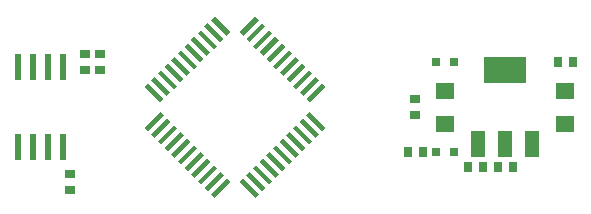
<source format=gbr>
G04 EAGLE Gerber RS-274X export*
G75*
%MOMM*%
%FSLAX34Y34*%
%LPD*%
%INSolderpaste Top*%
%IPPOS*%
%AMOC8*
5,1,8,0,0,1.08239X$1,22.5*%
G01*
%ADD10R,0.400000X1.900000*%
%ADD11R,0.900000X0.700000*%
%ADD12R,1.600000X1.400000*%
%ADD13R,0.700000X0.900000*%
%ADD14R,0.800000X0.800000*%
%ADD15R,0.609600X2.209800*%
%ADD16R,1.219200X2.235200*%
%ADD17R,3.600000X2.200000*%


D10*
G36*
X215937Y123110D02*
X218765Y120282D01*
X205331Y106848D01*
X202503Y109676D01*
X215937Y123110D01*
G37*
G36*
X221594Y117453D02*
X224422Y114625D01*
X210988Y101191D01*
X208160Y104019D01*
X221594Y117453D01*
G37*
G36*
X227251Y111796D02*
X230079Y108968D01*
X216645Y95534D01*
X213817Y98362D01*
X227251Y111796D01*
G37*
G36*
X232907Y106140D02*
X235735Y103312D01*
X222301Y89878D01*
X219473Y92706D01*
X232907Y106140D01*
G37*
G36*
X238564Y100483D02*
X241392Y97655D01*
X227958Y84221D01*
X225130Y87049D01*
X238564Y100483D01*
G37*
G36*
X244221Y94826D02*
X247049Y91998D01*
X233615Y78564D01*
X230787Y81392D01*
X244221Y94826D01*
G37*
G36*
X249878Y89169D02*
X252706Y86341D01*
X239272Y72907D01*
X236444Y75735D01*
X249878Y89169D01*
G37*
G36*
X255535Y83512D02*
X258363Y80684D01*
X244929Y67250D01*
X242101Y70078D01*
X255535Y83512D01*
G37*
G36*
X261192Y77855D02*
X264020Y75027D01*
X250586Y61593D01*
X247758Y64421D01*
X261192Y77855D01*
G37*
G36*
X266849Y72198D02*
X269677Y69370D01*
X256243Y55936D01*
X253415Y58764D01*
X266849Y72198D01*
G37*
G36*
X272505Y66542D02*
X275333Y63714D01*
X261899Y50280D01*
X259071Y53108D01*
X272505Y66542D01*
G37*
G36*
X299375Y53108D02*
X296547Y50280D01*
X283113Y63714D01*
X285941Y66542D01*
X299375Y53108D01*
G37*
G36*
X305032Y58764D02*
X302204Y55936D01*
X288770Y69370D01*
X291598Y72198D01*
X305032Y58764D01*
G37*
G36*
X310689Y64421D02*
X307861Y61593D01*
X294427Y75027D01*
X297255Y77855D01*
X310689Y64421D01*
G37*
G36*
X316346Y70078D02*
X313518Y67250D01*
X300084Y80684D01*
X302912Y83512D01*
X316346Y70078D01*
G37*
G36*
X322002Y75735D02*
X319174Y72907D01*
X305740Y86341D01*
X308568Y89169D01*
X322002Y75735D01*
G37*
G36*
X327659Y81392D02*
X324831Y78564D01*
X311397Y91998D01*
X314225Y94826D01*
X327659Y81392D01*
G37*
G36*
X333316Y87049D02*
X330488Y84221D01*
X317054Y97655D01*
X319882Y100483D01*
X333316Y87049D01*
G37*
G36*
X338973Y92706D02*
X336145Y89878D01*
X322711Y103312D01*
X325539Y106140D01*
X338973Y92706D01*
G37*
G36*
X344630Y98362D02*
X341802Y95534D01*
X328368Y108968D01*
X331196Y111796D01*
X344630Y98362D01*
G37*
G36*
X350287Y104019D02*
X347459Y101191D01*
X334025Y114625D01*
X336853Y117453D01*
X350287Y104019D01*
G37*
G36*
X355944Y109676D02*
X353116Y106848D01*
X339682Y120282D01*
X342510Y123110D01*
X355944Y109676D01*
G37*
G36*
X353116Y147152D02*
X355944Y144324D01*
X342510Y130890D01*
X339682Y133718D01*
X353116Y147152D01*
G37*
G36*
X347459Y152809D02*
X350287Y149981D01*
X336853Y136547D01*
X334025Y139375D01*
X347459Y152809D01*
G37*
G36*
X341802Y158466D02*
X344630Y155638D01*
X331196Y142204D01*
X328368Y145032D01*
X341802Y158466D01*
G37*
G36*
X336145Y164122D02*
X338973Y161294D01*
X325539Y147860D01*
X322711Y150688D01*
X336145Y164122D01*
G37*
G36*
X330488Y169779D02*
X333316Y166951D01*
X319882Y153517D01*
X317054Y156345D01*
X330488Y169779D01*
G37*
G36*
X324831Y175436D02*
X327659Y172608D01*
X314225Y159174D01*
X311397Y162002D01*
X324831Y175436D01*
G37*
G36*
X319174Y181093D02*
X322002Y178265D01*
X308568Y164831D01*
X305740Y167659D01*
X319174Y181093D01*
G37*
G36*
X313518Y186750D02*
X316346Y183922D01*
X302912Y170488D01*
X300084Y173316D01*
X313518Y186750D01*
G37*
G36*
X307861Y192407D02*
X310689Y189579D01*
X297255Y176145D01*
X294427Y178973D01*
X307861Y192407D01*
G37*
G36*
X302204Y198064D02*
X305032Y195236D01*
X291598Y181802D01*
X288770Y184630D01*
X302204Y198064D01*
G37*
G36*
X296547Y203720D02*
X299375Y200892D01*
X285941Y187458D01*
X283113Y190286D01*
X296547Y203720D01*
G37*
G36*
X259071Y200892D02*
X261899Y203720D01*
X275333Y190286D01*
X272505Y187458D01*
X259071Y200892D01*
G37*
G36*
X253415Y195236D02*
X256243Y198064D01*
X269677Y184630D01*
X266849Y181802D01*
X253415Y195236D01*
G37*
G36*
X247758Y189579D02*
X250586Y192407D01*
X264020Y178973D01*
X261192Y176145D01*
X247758Y189579D01*
G37*
G36*
X242101Y183922D02*
X244929Y186750D01*
X258363Y173316D01*
X255535Y170488D01*
X242101Y183922D01*
G37*
G36*
X236444Y178265D02*
X239272Y181093D01*
X252706Y167659D01*
X249878Y164831D01*
X236444Y178265D01*
G37*
G36*
X230787Y172608D02*
X233615Y175436D01*
X247049Y162002D01*
X244221Y159174D01*
X230787Y172608D01*
G37*
G36*
X225130Y166951D02*
X227958Y169779D01*
X241392Y156345D01*
X238564Y153517D01*
X225130Y166951D01*
G37*
G36*
X219473Y161294D02*
X222301Y164122D01*
X235735Y150688D01*
X232907Y147860D01*
X219473Y161294D01*
G37*
G36*
X213817Y155638D02*
X216645Y158466D01*
X230079Y145032D01*
X227251Y142204D01*
X213817Y155638D01*
G37*
G36*
X208160Y149981D02*
X210988Y152809D01*
X224422Y139375D01*
X221594Y136547D01*
X208160Y149981D01*
G37*
G36*
X202503Y144324D02*
X205331Y147152D01*
X218765Y133718D01*
X215937Y130890D01*
X202503Y144324D01*
G37*
D11*
X431800Y133500D03*
X431800Y120500D03*
D12*
X457200Y113000D03*
X457200Y141000D03*
X558800Y141000D03*
X558800Y113000D03*
D13*
X552300Y165100D03*
X565300Y165100D03*
D14*
X449700Y165100D03*
X464700Y165100D03*
D13*
X438300Y88900D03*
X425300Y88900D03*
D14*
X464700Y88900D03*
X449700Y88900D03*
D11*
X139700Y57000D03*
X139700Y70000D03*
D15*
X95250Y93218D03*
X107950Y93218D03*
X120650Y93218D03*
X133350Y93218D03*
X133350Y160528D03*
X120650Y160528D03*
X107950Y160528D03*
X95250Y160528D03*
D11*
X152400Y158600D03*
X152400Y171600D03*
D16*
X484886Y96012D03*
X508000Y96012D03*
X531114Y96012D03*
D17*
X508000Y157990D03*
D13*
X501500Y76200D03*
X514500Y76200D03*
X476100Y76200D03*
X489100Y76200D03*
D11*
X165100Y158600D03*
X165100Y171600D03*
M02*

</source>
